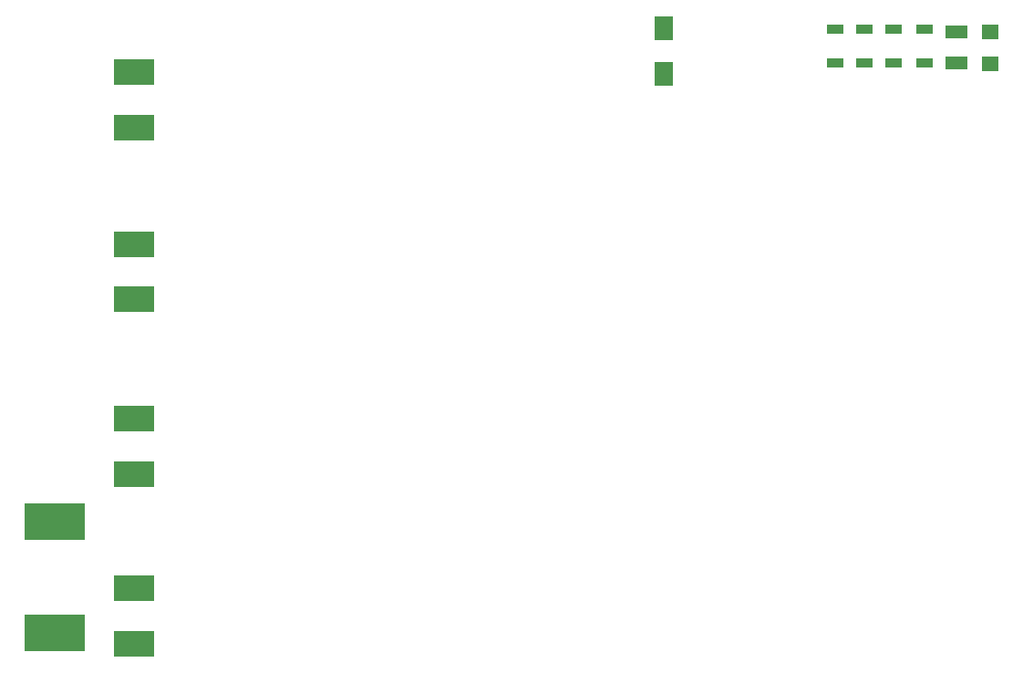
<source format=gtp>
G04*
G04 #@! TF.GenerationSoftware,Altium Limited,Altium Designer,18.1.9 (240)*
G04*
G04 Layer_Color=8421504*
%FSLAX44Y44*%
%MOMM*%
G71*
G01*
G75*
%ADD14R,1.7000X2.3000*%
%ADD15R,1.5000X1.4000*%
%ADD16R,2.0000X1.2000*%
%ADD17R,3.7000X2.4500*%
%ADD18R,1.6000X0.9000*%
%ADD19R,5.6000X3.5000*%
D14*
X1195750Y993750D02*
D03*
Y1035750D02*
D03*
D15*
X1499000Y1032750D02*
D03*
Y1002750D02*
D03*
D16*
X1467500Y1003750D02*
D03*
Y1032750D02*
D03*
D17*
X703580Y515970D02*
D03*
Y464470D02*
D03*
Y673710D02*
D03*
Y622210D02*
D03*
Y835610D02*
D03*
Y784110D02*
D03*
Y995250D02*
D03*
Y943750D02*
D03*
D18*
X1437500Y1003750D02*
D03*
Y1034750D02*
D03*
X1409250D02*
D03*
Y1003750D02*
D03*
X1381750Y1034750D02*
D03*
Y1003750D02*
D03*
X1354750Y1034750D02*
D03*
Y1003750D02*
D03*
D19*
X629920Y474940D02*
D03*
Y577940D02*
D03*
M02*

</source>
